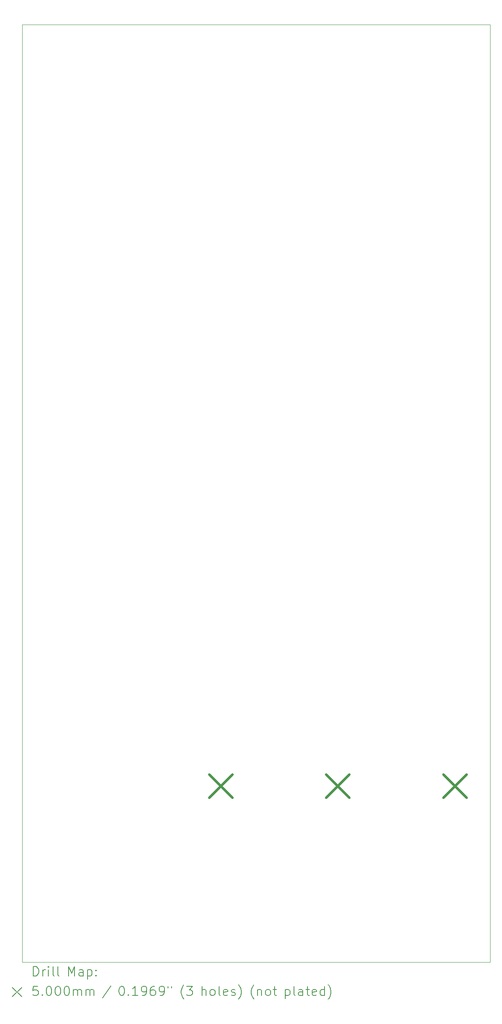
<source format=gbr>
%TF.GenerationSoftware,KiCad,Pcbnew,(7.0.0)*%
%TF.CreationDate,2023-03-06T21:19:22-06:00*%
%TF.ProjectId,SlopesPanel,536c6f70-6573-4506-916e-656c2e6b6963,rev?*%
%TF.SameCoordinates,Original*%
%TF.FileFunction,Drillmap*%
%TF.FilePolarity,Positive*%
%FSLAX45Y45*%
G04 Gerber Fmt 4.5, Leading zero omitted, Abs format (unit mm)*
G04 Created by KiCad (PCBNEW (7.0.0)) date 2023-03-06 21:19:22*
%MOMM*%
%LPD*%
G01*
G04 APERTURE LIST*
%ADD10C,0.100000*%
%ADD11C,0.200000*%
%ADD12C,0.500000*%
G04 APERTURE END LIST*
D10*
X30000000Y0D02*
X40000000Y0D01*
X40000000Y0D02*
X40000000Y-20000000D01*
X40000000Y-20000000D02*
X30000000Y-20000000D01*
X30000000Y-20000000D02*
X30000000Y0D01*
D11*
D12*
X34000000Y-16000000D02*
X34500000Y-16500000D01*
X34500000Y-16000000D02*
X34000000Y-16500000D01*
X36500000Y-16000000D02*
X37000000Y-16500000D01*
X37000000Y-16000000D02*
X36500000Y-16500000D01*
X39000000Y-16000000D02*
X39500000Y-16500000D01*
X39500000Y-16000000D02*
X39000000Y-16500000D01*
D11*
X30242619Y-20298476D02*
X30242619Y-20098476D01*
X30242619Y-20098476D02*
X30290238Y-20098476D01*
X30290238Y-20098476D02*
X30318809Y-20108000D01*
X30318809Y-20108000D02*
X30337857Y-20127048D01*
X30337857Y-20127048D02*
X30347381Y-20146095D01*
X30347381Y-20146095D02*
X30356905Y-20184190D01*
X30356905Y-20184190D02*
X30356905Y-20212762D01*
X30356905Y-20212762D02*
X30347381Y-20250857D01*
X30347381Y-20250857D02*
X30337857Y-20269905D01*
X30337857Y-20269905D02*
X30318809Y-20288952D01*
X30318809Y-20288952D02*
X30290238Y-20298476D01*
X30290238Y-20298476D02*
X30242619Y-20298476D01*
X30442619Y-20298476D02*
X30442619Y-20165143D01*
X30442619Y-20203238D02*
X30452143Y-20184190D01*
X30452143Y-20184190D02*
X30461667Y-20174667D01*
X30461667Y-20174667D02*
X30480714Y-20165143D01*
X30480714Y-20165143D02*
X30499762Y-20165143D01*
X30566428Y-20298476D02*
X30566428Y-20165143D01*
X30566428Y-20098476D02*
X30556905Y-20108000D01*
X30556905Y-20108000D02*
X30566428Y-20117524D01*
X30566428Y-20117524D02*
X30575952Y-20108000D01*
X30575952Y-20108000D02*
X30566428Y-20098476D01*
X30566428Y-20098476D02*
X30566428Y-20117524D01*
X30690238Y-20298476D02*
X30671190Y-20288952D01*
X30671190Y-20288952D02*
X30661667Y-20269905D01*
X30661667Y-20269905D02*
X30661667Y-20098476D01*
X30795000Y-20298476D02*
X30775952Y-20288952D01*
X30775952Y-20288952D02*
X30766428Y-20269905D01*
X30766428Y-20269905D02*
X30766428Y-20098476D01*
X30991190Y-20298476D02*
X30991190Y-20098476D01*
X30991190Y-20098476D02*
X31057857Y-20241333D01*
X31057857Y-20241333D02*
X31124524Y-20098476D01*
X31124524Y-20098476D02*
X31124524Y-20298476D01*
X31305476Y-20298476D02*
X31305476Y-20193714D01*
X31305476Y-20193714D02*
X31295952Y-20174667D01*
X31295952Y-20174667D02*
X31276905Y-20165143D01*
X31276905Y-20165143D02*
X31238809Y-20165143D01*
X31238809Y-20165143D02*
X31219762Y-20174667D01*
X31305476Y-20288952D02*
X31286428Y-20298476D01*
X31286428Y-20298476D02*
X31238809Y-20298476D01*
X31238809Y-20298476D02*
X31219762Y-20288952D01*
X31219762Y-20288952D02*
X31210238Y-20269905D01*
X31210238Y-20269905D02*
X31210238Y-20250857D01*
X31210238Y-20250857D02*
X31219762Y-20231810D01*
X31219762Y-20231810D02*
X31238809Y-20222286D01*
X31238809Y-20222286D02*
X31286428Y-20222286D01*
X31286428Y-20222286D02*
X31305476Y-20212762D01*
X31400714Y-20165143D02*
X31400714Y-20365143D01*
X31400714Y-20174667D02*
X31419762Y-20165143D01*
X31419762Y-20165143D02*
X31457857Y-20165143D01*
X31457857Y-20165143D02*
X31476905Y-20174667D01*
X31476905Y-20174667D02*
X31486428Y-20184190D01*
X31486428Y-20184190D02*
X31495952Y-20203238D01*
X31495952Y-20203238D02*
X31495952Y-20260381D01*
X31495952Y-20260381D02*
X31486428Y-20279429D01*
X31486428Y-20279429D02*
X31476905Y-20288952D01*
X31476905Y-20288952D02*
X31457857Y-20298476D01*
X31457857Y-20298476D02*
X31419762Y-20298476D01*
X31419762Y-20298476D02*
X31400714Y-20288952D01*
X31581667Y-20279429D02*
X31591190Y-20288952D01*
X31591190Y-20288952D02*
X31581667Y-20298476D01*
X31581667Y-20298476D02*
X31572143Y-20288952D01*
X31572143Y-20288952D02*
X31581667Y-20279429D01*
X31581667Y-20279429D02*
X31581667Y-20298476D01*
X31581667Y-20174667D02*
X31591190Y-20184190D01*
X31591190Y-20184190D02*
X31581667Y-20193714D01*
X31581667Y-20193714D02*
X31572143Y-20184190D01*
X31572143Y-20184190D02*
X31581667Y-20174667D01*
X31581667Y-20174667D02*
X31581667Y-20193714D01*
X29795000Y-20545000D02*
X29995000Y-20745000D01*
X29995000Y-20545000D02*
X29795000Y-20745000D01*
X30337857Y-20518476D02*
X30242619Y-20518476D01*
X30242619Y-20518476D02*
X30233095Y-20613714D01*
X30233095Y-20613714D02*
X30242619Y-20604190D01*
X30242619Y-20604190D02*
X30261667Y-20594667D01*
X30261667Y-20594667D02*
X30309286Y-20594667D01*
X30309286Y-20594667D02*
X30328333Y-20604190D01*
X30328333Y-20604190D02*
X30337857Y-20613714D01*
X30337857Y-20613714D02*
X30347381Y-20632762D01*
X30347381Y-20632762D02*
X30347381Y-20680381D01*
X30347381Y-20680381D02*
X30337857Y-20699429D01*
X30337857Y-20699429D02*
X30328333Y-20708952D01*
X30328333Y-20708952D02*
X30309286Y-20718476D01*
X30309286Y-20718476D02*
X30261667Y-20718476D01*
X30261667Y-20718476D02*
X30242619Y-20708952D01*
X30242619Y-20708952D02*
X30233095Y-20699429D01*
X30433095Y-20699429D02*
X30442619Y-20708952D01*
X30442619Y-20708952D02*
X30433095Y-20718476D01*
X30433095Y-20718476D02*
X30423571Y-20708952D01*
X30423571Y-20708952D02*
X30433095Y-20699429D01*
X30433095Y-20699429D02*
X30433095Y-20718476D01*
X30566428Y-20518476D02*
X30585476Y-20518476D01*
X30585476Y-20518476D02*
X30604524Y-20528000D01*
X30604524Y-20528000D02*
X30614048Y-20537524D01*
X30614048Y-20537524D02*
X30623571Y-20556571D01*
X30623571Y-20556571D02*
X30633095Y-20594667D01*
X30633095Y-20594667D02*
X30633095Y-20642286D01*
X30633095Y-20642286D02*
X30623571Y-20680381D01*
X30623571Y-20680381D02*
X30614048Y-20699429D01*
X30614048Y-20699429D02*
X30604524Y-20708952D01*
X30604524Y-20708952D02*
X30585476Y-20718476D01*
X30585476Y-20718476D02*
X30566428Y-20718476D01*
X30566428Y-20718476D02*
X30547381Y-20708952D01*
X30547381Y-20708952D02*
X30537857Y-20699429D01*
X30537857Y-20699429D02*
X30528333Y-20680381D01*
X30528333Y-20680381D02*
X30518809Y-20642286D01*
X30518809Y-20642286D02*
X30518809Y-20594667D01*
X30518809Y-20594667D02*
X30528333Y-20556571D01*
X30528333Y-20556571D02*
X30537857Y-20537524D01*
X30537857Y-20537524D02*
X30547381Y-20528000D01*
X30547381Y-20528000D02*
X30566428Y-20518476D01*
X30756905Y-20518476D02*
X30775952Y-20518476D01*
X30775952Y-20518476D02*
X30795000Y-20528000D01*
X30795000Y-20528000D02*
X30804524Y-20537524D01*
X30804524Y-20537524D02*
X30814048Y-20556571D01*
X30814048Y-20556571D02*
X30823571Y-20594667D01*
X30823571Y-20594667D02*
X30823571Y-20642286D01*
X30823571Y-20642286D02*
X30814048Y-20680381D01*
X30814048Y-20680381D02*
X30804524Y-20699429D01*
X30804524Y-20699429D02*
X30795000Y-20708952D01*
X30795000Y-20708952D02*
X30775952Y-20718476D01*
X30775952Y-20718476D02*
X30756905Y-20718476D01*
X30756905Y-20718476D02*
X30737857Y-20708952D01*
X30737857Y-20708952D02*
X30728333Y-20699429D01*
X30728333Y-20699429D02*
X30718809Y-20680381D01*
X30718809Y-20680381D02*
X30709286Y-20642286D01*
X30709286Y-20642286D02*
X30709286Y-20594667D01*
X30709286Y-20594667D02*
X30718809Y-20556571D01*
X30718809Y-20556571D02*
X30728333Y-20537524D01*
X30728333Y-20537524D02*
X30737857Y-20528000D01*
X30737857Y-20528000D02*
X30756905Y-20518476D01*
X30947381Y-20518476D02*
X30966429Y-20518476D01*
X30966429Y-20518476D02*
X30985476Y-20528000D01*
X30985476Y-20528000D02*
X30995000Y-20537524D01*
X30995000Y-20537524D02*
X31004524Y-20556571D01*
X31004524Y-20556571D02*
X31014048Y-20594667D01*
X31014048Y-20594667D02*
X31014048Y-20642286D01*
X31014048Y-20642286D02*
X31004524Y-20680381D01*
X31004524Y-20680381D02*
X30995000Y-20699429D01*
X30995000Y-20699429D02*
X30985476Y-20708952D01*
X30985476Y-20708952D02*
X30966429Y-20718476D01*
X30966429Y-20718476D02*
X30947381Y-20718476D01*
X30947381Y-20718476D02*
X30928333Y-20708952D01*
X30928333Y-20708952D02*
X30918809Y-20699429D01*
X30918809Y-20699429D02*
X30909286Y-20680381D01*
X30909286Y-20680381D02*
X30899762Y-20642286D01*
X30899762Y-20642286D02*
X30899762Y-20594667D01*
X30899762Y-20594667D02*
X30909286Y-20556571D01*
X30909286Y-20556571D02*
X30918809Y-20537524D01*
X30918809Y-20537524D02*
X30928333Y-20528000D01*
X30928333Y-20528000D02*
X30947381Y-20518476D01*
X31099762Y-20718476D02*
X31099762Y-20585143D01*
X31099762Y-20604190D02*
X31109286Y-20594667D01*
X31109286Y-20594667D02*
X31128333Y-20585143D01*
X31128333Y-20585143D02*
X31156905Y-20585143D01*
X31156905Y-20585143D02*
X31175952Y-20594667D01*
X31175952Y-20594667D02*
X31185476Y-20613714D01*
X31185476Y-20613714D02*
X31185476Y-20718476D01*
X31185476Y-20613714D02*
X31195000Y-20594667D01*
X31195000Y-20594667D02*
X31214048Y-20585143D01*
X31214048Y-20585143D02*
X31242619Y-20585143D01*
X31242619Y-20585143D02*
X31261667Y-20594667D01*
X31261667Y-20594667D02*
X31271190Y-20613714D01*
X31271190Y-20613714D02*
X31271190Y-20718476D01*
X31366429Y-20718476D02*
X31366429Y-20585143D01*
X31366429Y-20604190D02*
X31375952Y-20594667D01*
X31375952Y-20594667D02*
X31395000Y-20585143D01*
X31395000Y-20585143D02*
X31423571Y-20585143D01*
X31423571Y-20585143D02*
X31442619Y-20594667D01*
X31442619Y-20594667D02*
X31452143Y-20613714D01*
X31452143Y-20613714D02*
X31452143Y-20718476D01*
X31452143Y-20613714D02*
X31461667Y-20594667D01*
X31461667Y-20594667D02*
X31480714Y-20585143D01*
X31480714Y-20585143D02*
X31509286Y-20585143D01*
X31509286Y-20585143D02*
X31528333Y-20594667D01*
X31528333Y-20594667D02*
X31537857Y-20613714D01*
X31537857Y-20613714D02*
X31537857Y-20718476D01*
X31895952Y-20508952D02*
X31724524Y-20766095D01*
X32120714Y-20518476D02*
X32139762Y-20518476D01*
X32139762Y-20518476D02*
X32158810Y-20528000D01*
X32158810Y-20528000D02*
X32168333Y-20537524D01*
X32168333Y-20537524D02*
X32177857Y-20556571D01*
X32177857Y-20556571D02*
X32187381Y-20594667D01*
X32187381Y-20594667D02*
X32187381Y-20642286D01*
X32187381Y-20642286D02*
X32177857Y-20680381D01*
X32177857Y-20680381D02*
X32168333Y-20699429D01*
X32168333Y-20699429D02*
X32158810Y-20708952D01*
X32158810Y-20708952D02*
X32139762Y-20718476D01*
X32139762Y-20718476D02*
X32120714Y-20718476D01*
X32120714Y-20718476D02*
X32101667Y-20708952D01*
X32101667Y-20708952D02*
X32092143Y-20699429D01*
X32092143Y-20699429D02*
X32082619Y-20680381D01*
X32082619Y-20680381D02*
X32073095Y-20642286D01*
X32073095Y-20642286D02*
X32073095Y-20594667D01*
X32073095Y-20594667D02*
X32082619Y-20556571D01*
X32082619Y-20556571D02*
X32092143Y-20537524D01*
X32092143Y-20537524D02*
X32101667Y-20528000D01*
X32101667Y-20528000D02*
X32120714Y-20518476D01*
X32273095Y-20699429D02*
X32282619Y-20708952D01*
X32282619Y-20708952D02*
X32273095Y-20718476D01*
X32273095Y-20718476D02*
X32263571Y-20708952D01*
X32263571Y-20708952D02*
X32273095Y-20699429D01*
X32273095Y-20699429D02*
X32273095Y-20718476D01*
X32473095Y-20718476D02*
X32358810Y-20718476D01*
X32415952Y-20718476D02*
X32415952Y-20518476D01*
X32415952Y-20518476D02*
X32396905Y-20547048D01*
X32396905Y-20547048D02*
X32377857Y-20566095D01*
X32377857Y-20566095D02*
X32358810Y-20575619D01*
X32568333Y-20718476D02*
X32606429Y-20718476D01*
X32606429Y-20718476D02*
X32625476Y-20708952D01*
X32625476Y-20708952D02*
X32635000Y-20699429D01*
X32635000Y-20699429D02*
X32654048Y-20670857D01*
X32654048Y-20670857D02*
X32663571Y-20632762D01*
X32663571Y-20632762D02*
X32663571Y-20556571D01*
X32663571Y-20556571D02*
X32654048Y-20537524D01*
X32654048Y-20537524D02*
X32644524Y-20528000D01*
X32644524Y-20528000D02*
X32625476Y-20518476D01*
X32625476Y-20518476D02*
X32587381Y-20518476D01*
X32587381Y-20518476D02*
X32568333Y-20528000D01*
X32568333Y-20528000D02*
X32558810Y-20537524D01*
X32558810Y-20537524D02*
X32549286Y-20556571D01*
X32549286Y-20556571D02*
X32549286Y-20604190D01*
X32549286Y-20604190D02*
X32558810Y-20623238D01*
X32558810Y-20623238D02*
X32568333Y-20632762D01*
X32568333Y-20632762D02*
X32587381Y-20642286D01*
X32587381Y-20642286D02*
X32625476Y-20642286D01*
X32625476Y-20642286D02*
X32644524Y-20632762D01*
X32644524Y-20632762D02*
X32654048Y-20623238D01*
X32654048Y-20623238D02*
X32663571Y-20604190D01*
X32835000Y-20518476D02*
X32796905Y-20518476D01*
X32796905Y-20518476D02*
X32777857Y-20528000D01*
X32777857Y-20528000D02*
X32768333Y-20537524D01*
X32768333Y-20537524D02*
X32749286Y-20566095D01*
X32749286Y-20566095D02*
X32739762Y-20604190D01*
X32739762Y-20604190D02*
X32739762Y-20680381D01*
X32739762Y-20680381D02*
X32749286Y-20699429D01*
X32749286Y-20699429D02*
X32758810Y-20708952D01*
X32758810Y-20708952D02*
X32777857Y-20718476D01*
X32777857Y-20718476D02*
X32815952Y-20718476D01*
X32815952Y-20718476D02*
X32835000Y-20708952D01*
X32835000Y-20708952D02*
X32844524Y-20699429D01*
X32844524Y-20699429D02*
X32854048Y-20680381D01*
X32854048Y-20680381D02*
X32854048Y-20632762D01*
X32854048Y-20632762D02*
X32844524Y-20613714D01*
X32844524Y-20613714D02*
X32835000Y-20604190D01*
X32835000Y-20604190D02*
X32815952Y-20594667D01*
X32815952Y-20594667D02*
X32777857Y-20594667D01*
X32777857Y-20594667D02*
X32758810Y-20604190D01*
X32758810Y-20604190D02*
X32749286Y-20613714D01*
X32749286Y-20613714D02*
X32739762Y-20632762D01*
X32949286Y-20718476D02*
X32987381Y-20718476D01*
X32987381Y-20718476D02*
X33006429Y-20708952D01*
X33006429Y-20708952D02*
X33015952Y-20699429D01*
X33015952Y-20699429D02*
X33035000Y-20670857D01*
X33035000Y-20670857D02*
X33044524Y-20632762D01*
X33044524Y-20632762D02*
X33044524Y-20556571D01*
X33044524Y-20556571D02*
X33035000Y-20537524D01*
X33035000Y-20537524D02*
X33025476Y-20528000D01*
X33025476Y-20528000D02*
X33006429Y-20518476D01*
X33006429Y-20518476D02*
X32968333Y-20518476D01*
X32968333Y-20518476D02*
X32949286Y-20528000D01*
X32949286Y-20528000D02*
X32939762Y-20537524D01*
X32939762Y-20537524D02*
X32930238Y-20556571D01*
X32930238Y-20556571D02*
X32930238Y-20604190D01*
X32930238Y-20604190D02*
X32939762Y-20623238D01*
X32939762Y-20623238D02*
X32949286Y-20632762D01*
X32949286Y-20632762D02*
X32968333Y-20642286D01*
X32968333Y-20642286D02*
X33006429Y-20642286D01*
X33006429Y-20642286D02*
X33025476Y-20632762D01*
X33025476Y-20632762D02*
X33035000Y-20623238D01*
X33035000Y-20623238D02*
X33044524Y-20604190D01*
X33120714Y-20518476D02*
X33120714Y-20556571D01*
X33196905Y-20518476D02*
X33196905Y-20556571D01*
X33459762Y-20794667D02*
X33450238Y-20785143D01*
X33450238Y-20785143D02*
X33431191Y-20756571D01*
X33431191Y-20756571D02*
X33421667Y-20737524D01*
X33421667Y-20737524D02*
X33412143Y-20708952D01*
X33412143Y-20708952D02*
X33402619Y-20661333D01*
X33402619Y-20661333D02*
X33402619Y-20623238D01*
X33402619Y-20623238D02*
X33412143Y-20575619D01*
X33412143Y-20575619D02*
X33421667Y-20547048D01*
X33421667Y-20547048D02*
X33431191Y-20528000D01*
X33431191Y-20528000D02*
X33450238Y-20499429D01*
X33450238Y-20499429D02*
X33459762Y-20489905D01*
X33516905Y-20518476D02*
X33640714Y-20518476D01*
X33640714Y-20518476D02*
X33574048Y-20594667D01*
X33574048Y-20594667D02*
X33602619Y-20594667D01*
X33602619Y-20594667D02*
X33621667Y-20604190D01*
X33621667Y-20604190D02*
X33631191Y-20613714D01*
X33631191Y-20613714D02*
X33640714Y-20632762D01*
X33640714Y-20632762D02*
X33640714Y-20680381D01*
X33640714Y-20680381D02*
X33631191Y-20699429D01*
X33631191Y-20699429D02*
X33621667Y-20708952D01*
X33621667Y-20708952D02*
X33602619Y-20718476D01*
X33602619Y-20718476D02*
X33545476Y-20718476D01*
X33545476Y-20718476D02*
X33526429Y-20708952D01*
X33526429Y-20708952D02*
X33516905Y-20699429D01*
X33846429Y-20718476D02*
X33846429Y-20518476D01*
X33932143Y-20718476D02*
X33932143Y-20613714D01*
X33932143Y-20613714D02*
X33922619Y-20594667D01*
X33922619Y-20594667D02*
X33903572Y-20585143D01*
X33903572Y-20585143D02*
X33875000Y-20585143D01*
X33875000Y-20585143D02*
X33855953Y-20594667D01*
X33855953Y-20594667D02*
X33846429Y-20604190D01*
X34055953Y-20718476D02*
X34036905Y-20708952D01*
X34036905Y-20708952D02*
X34027381Y-20699429D01*
X34027381Y-20699429D02*
X34017857Y-20680381D01*
X34017857Y-20680381D02*
X34017857Y-20623238D01*
X34017857Y-20623238D02*
X34027381Y-20604190D01*
X34027381Y-20604190D02*
X34036905Y-20594667D01*
X34036905Y-20594667D02*
X34055953Y-20585143D01*
X34055953Y-20585143D02*
X34084524Y-20585143D01*
X34084524Y-20585143D02*
X34103572Y-20594667D01*
X34103572Y-20594667D02*
X34113095Y-20604190D01*
X34113095Y-20604190D02*
X34122619Y-20623238D01*
X34122619Y-20623238D02*
X34122619Y-20680381D01*
X34122619Y-20680381D02*
X34113095Y-20699429D01*
X34113095Y-20699429D02*
X34103572Y-20708952D01*
X34103572Y-20708952D02*
X34084524Y-20718476D01*
X34084524Y-20718476D02*
X34055953Y-20718476D01*
X34236905Y-20718476D02*
X34217857Y-20708952D01*
X34217857Y-20708952D02*
X34208334Y-20689905D01*
X34208334Y-20689905D02*
X34208334Y-20518476D01*
X34389286Y-20708952D02*
X34370238Y-20718476D01*
X34370238Y-20718476D02*
X34332143Y-20718476D01*
X34332143Y-20718476D02*
X34313095Y-20708952D01*
X34313095Y-20708952D02*
X34303572Y-20689905D01*
X34303572Y-20689905D02*
X34303572Y-20613714D01*
X34303572Y-20613714D02*
X34313095Y-20594667D01*
X34313095Y-20594667D02*
X34332143Y-20585143D01*
X34332143Y-20585143D02*
X34370238Y-20585143D01*
X34370238Y-20585143D02*
X34389286Y-20594667D01*
X34389286Y-20594667D02*
X34398810Y-20613714D01*
X34398810Y-20613714D02*
X34398810Y-20632762D01*
X34398810Y-20632762D02*
X34303572Y-20651810D01*
X34475000Y-20708952D02*
X34494048Y-20718476D01*
X34494048Y-20718476D02*
X34532143Y-20718476D01*
X34532143Y-20718476D02*
X34551191Y-20708952D01*
X34551191Y-20708952D02*
X34560715Y-20689905D01*
X34560715Y-20689905D02*
X34560715Y-20680381D01*
X34560715Y-20680381D02*
X34551191Y-20661333D01*
X34551191Y-20661333D02*
X34532143Y-20651810D01*
X34532143Y-20651810D02*
X34503572Y-20651810D01*
X34503572Y-20651810D02*
X34484524Y-20642286D01*
X34484524Y-20642286D02*
X34475000Y-20623238D01*
X34475000Y-20623238D02*
X34475000Y-20613714D01*
X34475000Y-20613714D02*
X34484524Y-20594667D01*
X34484524Y-20594667D02*
X34503572Y-20585143D01*
X34503572Y-20585143D02*
X34532143Y-20585143D01*
X34532143Y-20585143D02*
X34551191Y-20594667D01*
X34627381Y-20794667D02*
X34636905Y-20785143D01*
X34636905Y-20785143D02*
X34655953Y-20756571D01*
X34655953Y-20756571D02*
X34665476Y-20737524D01*
X34665476Y-20737524D02*
X34675000Y-20708952D01*
X34675000Y-20708952D02*
X34684524Y-20661333D01*
X34684524Y-20661333D02*
X34684524Y-20623238D01*
X34684524Y-20623238D02*
X34675000Y-20575619D01*
X34675000Y-20575619D02*
X34665476Y-20547048D01*
X34665476Y-20547048D02*
X34655953Y-20528000D01*
X34655953Y-20528000D02*
X34636905Y-20499429D01*
X34636905Y-20499429D02*
X34627381Y-20489905D01*
X34956905Y-20794667D02*
X34947381Y-20785143D01*
X34947381Y-20785143D02*
X34928334Y-20756571D01*
X34928334Y-20756571D02*
X34918810Y-20737524D01*
X34918810Y-20737524D02*
X34909286Y-20708952D01*
X34909286Y-20708952D02*
X34899762Y-20661333D01*
X34899762Y-20661333D02*
X34899762Y-20623238D01*
X34899762Y-20623238D02*
X34909286Y-20575619D01*
X34909286Y-20575619D02*
X34918810Y-20547048D01*
X34918810Y-20547048D02*
X34928334Y-20528000D01*
X34928334Y-20528000D02*
X34947381Y-20499429D01*
X34947381Y-20499429D02*
X34956905Y-20489905D01*
X35033095Y-20585143D02*
X35033095Y-20718476D01*
X35033095Y-20604190D02*
X35042619Y-20594667D01*
X35042619Y-20594667D02*
X35061667Y-20585143D01*
X35061667Y-20585143D02*
X35090238Y-20585143D01*
X35090238Y-20585143D02*
X35109286Y-20594667D01*
X35109286Y-20594667D02*
X35118810Y-20613714D01*
X35118810Y-20613714D02*
X35118810Y-20718476D01*
X35242619Y-20718476D02*
X35223572Y-20708952D01*
X35223572Y-20708952D02*
X35214048Y-20699429D01*
X35214048Y-20699429D02*
X35204524Y-20680381D01*
X35204524Y-20680381D02*
X35204524Y-20623238D01*
X35204524Y-20623238D02*
X35214048Y-20604190D01*
X35214048Y-20604190D02*
X35223572Y-20594667D01*
X35223572Y-20594667D02*
X35242619Y-20585143D01*
X35242619Y-20585143D02*
X35271191Y-20585143D01*
X35271191Y-20585143D02*
X35290238Y-20594667D01*
X35290238Y-20594667D02*
X35299762Y-20604190D01*
X35299762Y-20604190D02*
X35309286Y-20623238D01*
X35309286Y-20623238D02*
X35309286Y-20680381D01*
X35309286Y-20680381D02*
X35299762Y-20699429D01*
X35299762Y-20699429D02*
X35290238Y-20708952D01*
X35290238Y-20708952D02*
X35271191Y-20718476D01*
X35271191Y-20718476D02*
X35242619Y-20718476D01*
X35366429Y-20585143D02*
X35442619Y-20585143D01*
X35395000Y-20518476D02*
X35395000Y-20689905D01*
X35395000Y-20689905D02*
X35404524Y-20708952D01*
X35404524Y-20708952D02*
X35423572Y-20718476D01*
X35423572Y-20718476D02*
X35442619Y-20718476D01*
X35629286Y-20585143D02*
X35629286Y-20785143D01*
X35629286Y-20594667D02*
X35648334Y-20585143D01*
X35648334Y-20585143D02*
X35686429Y-20585143D01*
X35686429Y-20585143D02*
X35705476Y-20594667D01*
X35705476Y-20594667D02*
X35715000Y-20604190D01*
X35715000Y-20604190D02*
X35724524Y-20623238D01*
X35724524Y-20623238D02*
X35724524Y-20680381D01*
X35724524Y-20680381D02*
X35715000Y-20699429D01*
X35715000Y-20699429D02*
X35705476Y-20708952D01*
X35705476Y-20708952D02*
X35686429Y-20718476D01*
X35686429Y-20718476D02*
X35648334Y-20718476D01*
X35648334Y-20718476D02*
X35629286Y-20708952D01*
X35838810Y-20718476D02*
X35819762Y-20708952D01*
X35819762Y-20708952D02*
X35810238Y-20689905D01*
X35810238Y-20689905D02*
X35810238Y-20518476D01*
X36000715Y-20718476D02*
X36000715Y-20613714D01*
X36000715Y-20613714D02*
X35991191Y-20594667D01*
X35991191Y-20594667D02*
X35972143Y-20585143D01*
X35972143Y-20585143D02*
X35934048Y-20585143D01*
X35934048Y-20585143D02*
X35915000Y-20594667D01*
X36000715Y-20708952D02*
X35981667Y-20718476D01*
X35981667Y-20718476D02*
X35934048Y-20718476D01*
X35934048Y-20718476D02*
X35915000Y-20708952D01*
X35915000Y-20708952D02*
X35905476Y-20689905D01*
X35905476Y-20689905D02*
X35905476Y-20670857D01*
X35905476Y-20670857D02*
X35915000Y-20651810D01*
X35915000Y-20651810D02*
X35934048Y-20642286D01*
X35934048Y-20642286D02*
X35981667Y-20642286D01*
X35981667Y-20642286D02*
X36000715Y-20632762D01*
X36067381Y-20585143D02*
X36143572Y-20585143D01*
X36095953Y-20518476D02*
X36095953Y-20689905D01*
X36095953Y-20689905D02*
X36105476Y-20708952D01*
X36105476Y-20708952D02*
X36124524Y-20718476D01*
X36124524Y-20718476D02*
X36143572Y-20718476D01*
X36286429Y-20708952D02*
X36267381Y-20718476D01*
X36267381Y-20718476D02*
X36229286Y-20718476D01*
X36229286Y-20718476D02*
X36210238Y-20708952D01*
X36210238Y-20708952D02*
X36200715Y-20689905D01*
X36200715Y-20689905D02*
X36200715Y-20613714D01*
X36200715Y-20613714D02*
X36210238Y-20594667D01*
X36210238Y-20594667D02*
X36229286Y-20585143D01*
X36229286Y-20585143D02*
X36267381Y-20585143D01*
X36267381Y-20585143D02*
X36286429Y-20594667D01*
X36286429Y-20594667D02*
X36295953Y-20613714D01*
X36295953Y-20613714D02*
X36295953Y-20632762D01*
X36295953Y-20632762D02*
X36200715Y-20651810D01*
X36467381Y-20718476D02*
X36467381Y-20518476D01*
X36467381Y-20708952D02*
X36448334Y-20718476D01*
X36448334Y-20718476D02*
X36410238Y-20718476D01*
X36410238Y-20718476D02*
X36391191Y-20708952D01*
X36391191Y-20708952D02*
X36381667Y-20699429D01*
X36381667Y-20699429D02*
X36372143Y-20680381D01*
X36372143Y-20680381D02*
X36372143Y-20623238D01*
X36372143Y-20623238D02*
X36381667Y-20604190D01*
X36381667Y-20604190D02*
X36391191Y-20594667D01*
X36391191Y-20594667D02*
X36410238Y-20585143D01*
X36410238Y-20585143D02*
X36448334Y-20585143D01*
X36448334Y-20585143D02*
X36467381Y-20594667D01*
X36543572Y-20794667D02*
X36553096Y-20785143D01*
X36553096Y-20785143D02*
X36572143Y-20756571D01*
X36572143Y-20756571D02*
X36581667Y-20737524D01*
X36581667Y-20737524D02*
X36591191Y-20708952D01*
X36591191Y-20708952D02*
X36600715Y-20661333D01*
X36600715Y-20661333D02*
X36600715Y-20623238D01*
X36600715Y-20623238D02*
X36591191Y-20575619D01*
X36591191Y-20575619D02*
X36581667Y-20547048D01*
X36581667Y-20547048D02*
X36572143Y-20528000D01*
X36572143Y-20528000D02*
X36553096Y-20499429D01*
X36553096Y-20499429D02*
X36543572Y-20489905D01*
M02*

</source>
